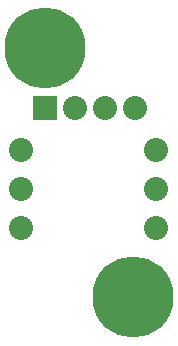
<source format=gbs>
G04 (created by PCBNEW-RS274X (2012-01-19 BZR 3256)-stable) date 23/01/2013 13:42:51*
G01*
G70*
G90*
%MOIN*%
G04 Gerber Fmt 3.4, Leading zero omitted, Abs format*
%FSLAX34Y34*%
G04 APERTURE LIST*
%ADD10C,0.006000*%
%ADD11R,0.080000X0.080000*%
%ADD12C,0.080000*%
%ADD13C,0.270000*%
G04 APERTURE END LIST*
G54D10*
G54D11*
X63750Y-31000D03*
G54D12*
X64750Y-31000D03*
X65750Y-31000D03*
X66750Y-31000D03*
G54D13*
X63750Y-29000D03*
X66700Y-37300D03*
G54D12*
X62950Y-35000D03*
X67450Y-35000D03*
X62950Y-33700D03*
X67450Y-33700D03*
X62950Y-32400D03*
X67450Y-32400D03*
M02*

</source>
